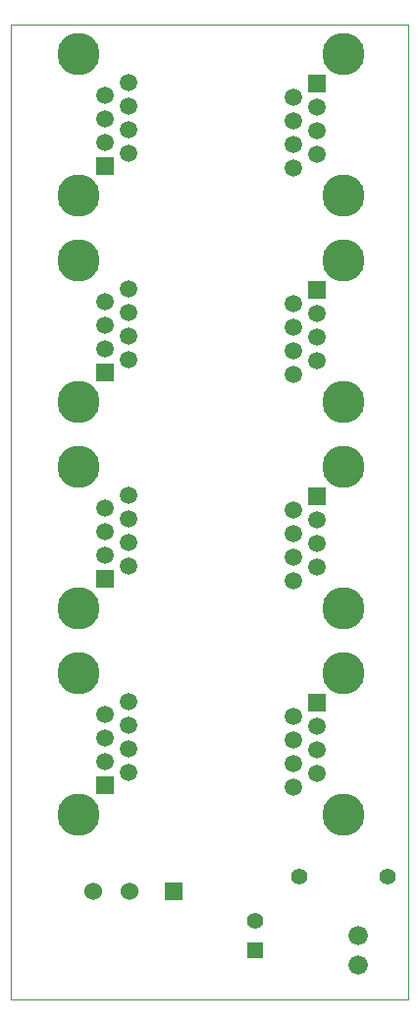
<source format=gbs>
G04 (created by PCBNEW (22-Jun-2014 BZR 4027)-stable) date Cts 25 Nis 2020 13:20:02 +03*
%MOIN*%
G04 Gerber Fmt 3.4, Leading zero omitted, Abs format*
%FSLAX34Y34*%
G01*
G70*
G90*
G04 APERTURE LIST*
%ADD10C,0.00590551*%
%ADD11C,0.00393701*%
%ADD12C,0.1437*%
%ADD13R,0.0591X0.0591*%
%ADD14C,0.0591*%
%ADD15C,0.055*%
%ADD16R,0.06X0.06*%
%ADD17C,0.06*%
%ADD18C,0.066*%
%ADD19R,0.055X0.055*%
G04 APERTURE END LIST*
G54D10*
G54D11*
X8700Y-6600D02*
X8750Y-6600D01*
X8700Y-39650D02*
X8700Y-6600D01*
X22200Y-39650D02*
X8700Y-39650D01*
X22200Y-6600D02*
X22200Y-39650D01*
X8750Y-6600D02*
X22200Y-6600D01*
G54D12*
X11000Y-12400D03*
X11000Y-7600D03*
G54D13*
X11900Y-11400D03*
G54D14*
X12700Y-10950D03*
X11900Y-10600D03*
X12700Y-10150D03*
X11900Y-9800D03*
X12700Y-9350D03*
X11900Y-9000D03*
X12700Y-8550D03*
G54D12*
X11000Y-19400D03*
X11000Y-14600D03*
G54D13*
X11900Y-18400D03*
G54D14*
X12700Y-17950D03*
X11900Y-17600D03*
X12700Y-17150D03*
X11900Y-16800D03*
X12700Y-16350D03*
X11900Y-16000D03*
X12700Y-15550D03*
G54D12*
X11000Y-26400D03*
X11000Y-21600D03*
G54D13*
X11900Y-25400D03*
G54D14*
X12700Y-24950D03*
X11900Y-24600D03*
X12700Y-24150D03*
X11900Y-23800D03*
X12700Y-23350D03*
X11900Y-23000D03*
X12700Y-22550D03*
G54D12*
X11000Y-33400D03*
X11000Y-28600D03*
G54D13*
X11900Y-32400D03*
G54D14*
X12700Y-31950D03*
X11900Y-31600D03*
X12700Y-31150D03*
X11900Y-30800D03*
X12700Y-30350D03*
X11900Y-30000D03*
X12700Y-29550D03*
G54D12*
X20000Y-7600D03*
X20000Y-12400D03*
G54D13*
X19100Y-8600D03*
G54D14*
X18300Y-9050D03*
X19100Y-9400D03*
X18300Y-9850D03*
X19100Y-10200D03*
X18300Y-10650D03*
X19100Y-11000D03*
X18300Y-11450D03*
G54D12*
X20000Y-14600D03*
X20000Y-19400D03*
G54D13*
X19100Y-15600D03*
G54D14*
X18300Y-16050D03*
X19100Y-16400D03*
X18300Y-16850D03*
X19100Y-17200D03*
X18300Y-17650D03*
X19100Y-18000D03*
X18300Y-18450D03*
G54D12*
X20000Y-21600D03*
X20000Y-26400D03*
G54D13*
X19100Y-22600D03*
G54D14*
X18300Y-23050D03*
X19100Y-23400D03*
X18300Y-23850D03*
X19100Y-24200D03*
X18300Y-24650D03*
X19100Y-25000D03*
X18300Y-25450D03*
G54D12*
X20000Y-28600D03*
X20000Y-33400D03*
G54D13*
X19100Y-29600D03*
G54D14*
X18300Y-30050D03*
X19100Y-30400D03*
X18300Y-30850D03*
X19100Y-31200D03*
X18300Y-31650D03*
X19100Y-32000D03*
X18300Y-32450D03*
G54D15*
X18500Y-35500D03*
X21500Y-35500D03*
G54D16*
X14250Y-36000D03*
G54D17*
X12750Y-36000D03*
X11500Y-36000D03*
G54D18*
X20500Y-37500D03*
X20500Y-38500D03*
G54D19*
X17000Y-38000D03*
G54D15*
X17000Y-37000D03*
M02*

</source>
